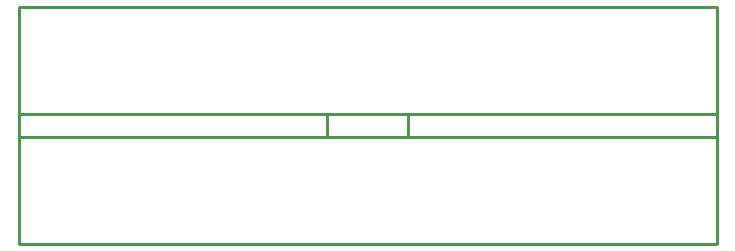
<source format=gko>
G04 Layer: BoardOutline*
G04 EasyEDA v6.4.20.6, 2021-07-19T17:35:24+02:00*
G04 4fc8b908a01b444f87dbcbd8e6e61994,c893d1cfc3b04c85b30658aade316d97,10*
G04 Gerber Generator version 0.2*
G04 Scale: 100 percent, Rotated: No, Reflected: No *
G04 Dimensions in millimeters *
G04 leading zeros omitted , absolute positions ,4 integer and 5 decimal *
%FSLAX45Y45*%
%MOMM*%

%ADD10C,0.2540*%
D10*
X113797Y-60002D02*
G01*
X6013797Y-60002D01*
X6013797Y-959998D02*
G01*
X113797Y-959998D01*
X113797Y-60002D01*
X6020003Y-59999D02*
G01*
X6020003Y-959995D01*
X113797Y-1160000D02*
G01*
X6013797Y-1160000D01*
X6013797Y-2059995D02*
G01*
X113797Y-2059995D01*
X113797Y-1160000D01*
X6020003Y-1159997D02*
G01*
X6020003Y-2059993D01*
X113797Y-60002D02*
G01*
X6019998Y-60002D01*
X6019998Y-2059991D01*
X113797Y-2059991D01*
X113797Y-60002D01*
X2724894Y-1150830D02*
G01*
X2724894Y-969164D01*
X3408903Y-1150830D02*
G01*
X3408903Y-969164D01*

%LPD*%
M02*

</source>
